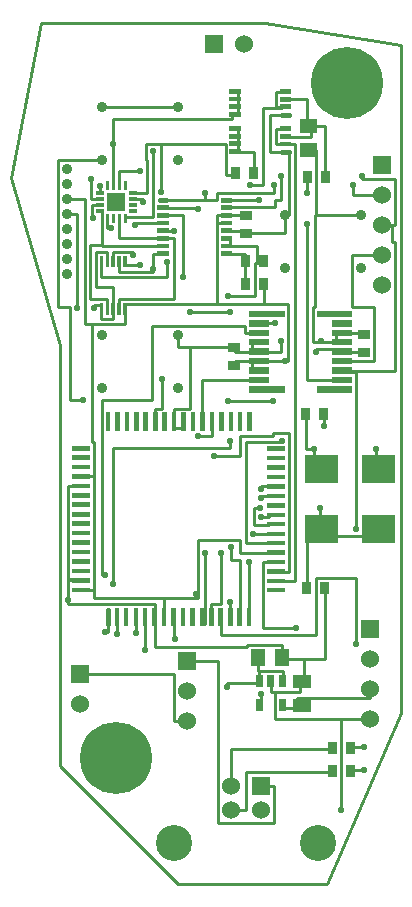
<source format=gbr>
G04 start of page 3 for group 1 idx 3
G04 Title: (unknown), component *
G04 Creator: pcb 20070912 *
G04 CreationDate: Mon May 19 07:55:49 2008 UTC *
G04 For: sean *
G04 Format: Gerber/RS-274X *
G04 PCB-Dimensions: 132000 290000 *
G04 PCB-Coordinate-Origin: lower left *
%MOIN*%
%FSLAX24Y24*%
%LNFRONT*%
%ADD11C,0.0100*%
%ADD12C,0.0200*%
%ADD13C,0.0600*%
%ADD14C,0.0360*%
%ADD15C,0.1200*%
%ADD16C,0.2400*%
%ADD17C,0.0220*%
%ADD18C,0.0380*%
%ADD19C,0.0900*%
%ADD20C,0.0280*%
%ADD21C,0.0180*%
%ADD22C,0.0080*%
%ADD23R,0.0110X0.0110*%
%ADD24R,0.0118X0.0118*%
%ADD25C,0.0160*%
%ADD26R,0.0160X0.0160*%
%ADD27R,0.0300X0.0300*%
%ADD28R,0.0945X0.0945*%
%ADD29R,0.0450X0.0450*%
%ADD30R,0.0150X0.0150*%
%ADD31R,0.0216X0.0216*%
%ADD32R,0.0240X0.0240*%
%ADD33C,0.0150*%
G54D11*X13040Y28100D02*X8500Y28840D01*
X13040Y28090D02*Y28100D01*
Y5840D02*Y28090D01*
G54D22*Y5840D01*
G54D11*X12020Y6320D02*Y6620D01*
X12216Y11955D02*Y11715D01*
Y14626D02*Y13963D01*
X12840Y23635D02*Y22080D01*
X12724D01*
X12130Y17550D02*X11313D01*
Y17555D02*Y17550D01*
Y17240D02*Y17190D01*
X11553D01*
X12840Y17240D02*X11313D01*
X10860Y18499D02*Y18185D01*
X10468Y15750D02*Y15409D01*
X11313Y18499D02*X11750D01*
X10140Y14626D02*X9860D01*
Y15750D02*Y14626D01*
X10140D02*Y13963D01*
X10366Y18235D02*Y18185D01*
X10460Y15750D02*X10468D01*
X9890Y11955D02*Y10050D01*
X9902Y22115D02*Y16925D01*
X10483Y11955D02*Y11715D01*
X8650Y12120D02*Y12082D01*
X10326Y12659D02*Y11955D01*
X8650Y12360D02*Y12430D01*
X10483Y11715D02*X12216D01*
X8786Y15065D02*Y15145D01*
X9046Y18235D02*Y17870D01*
X8786Y15145D02*X9315D01*
Y10540D01*
X9110D01*
X9056Y14905D02*Y14845D01*
X11553Y17190D02*Y11955D01*
Y10330D02*Y8120D01*
Y10330D02*X10190D01*
Y8434D01*
X8650Y12360D02*X8372D01*
X7873Y11490D02*X8650D01*
X7674Y14379D02*Y15065D01*
X8786D01*
X9056Y14845D02*X7873D01*
Y11490D01*
X7042Y11173D02*Y9465D01*
X7980Y10850D02*Y9260D01*
X7678D02*Y10910D01*
X7384D02*X7678D01*
X7384Y11345D02*Y10910D01*
X12410Y22080D02*Y22030D01*
X12130Y19368D02*Y17550D01*
X12840Y21510D02*Y17240D01*
X11740Y23729D02*Y23635D01*
X12840D01*
X11750Y18499D02*Y18430D01*
X10165Y19368D02*X10110D01*
X10165Y22425D02*Y19368D01*
Y22425D02*X10220D01*
X8850Y22912D02*Y22690D01*
Y22912D02*X9050D01*
Y23729D01*
X8020Y23412D02*X8455D01*
X9070Y26030D02*Y25980D01*
X8860Y26030D02*X9070D01*
X8860Y25300D02*X9070D01*
X8860D02*Y24790D01*
X9070D01*
X8085Y17978D02*Y18185D01*
Y17978D02*X8085D01*
X9070Y25980D02*X8455D01*
Y23412D01*
X9179Y17555D02*X8538D01*
X9902Y16925D02*X10861D01*
X9046Y17870D02*X8538D01*
X9070Y26540D02*X8860D01*
Y26030D01*
X8239Y20830D02*X8450D01*
X8460Y19476D02*X9288D01*
X8460Y19444D02*Y19476D01*
Y20070D01*
X8843Y18814D02*X8538D01*
X10366Y18185D02*X10860D01*
X4744Y18735D02*X7847D01*
Y18499D01*
X8085D01*
X10110Y18185D02*X10366D01*
X5772Y22420D02*Y20368D01*
X12724Y22080D02*X12410D01*
Y22030D02*X12724Y22080D01*
X10220Y22425D02*X11719D01*
X9920Y23165D02*Y23640D01*
X10220Y22425D02*Y24600D01*
X10520Y25400D02*Y23740D01*
X10030Y25040D02*Y25400D01*
X9313Y22425D02*Y24530D01*
X10030Y24600D02*X10220D01*
X11440Y23429D02*Y23080D01*
X12410D01*
X11409Y21080D02*X12410D01*
X12724Y22080D02*Y21510D01*
X12840D01*
X7330Y21900D02*X7810D01*
X7910Y21810D02*X9160D01*
Y22425D01*
X11409Y21080D02*Y19368D01*
X10110D02*Y18185D01*
X11409Y19368D02*X12130D01*
X9500Y10230D02*Y24790D01*
X9179Y17555D02*X9179D01*
X9288Y19476D02*Y17555D01*
X9179D01*
X7620Y25050D02*Y25130D01*
X7330Y21390D02*Y21640D01*
X8239Y21390D02*X7330D01*
X8850Y22690D02*X7330D01*
X8239Y21390D02*Y20830D01*
X8180D02*X8239D01*
X7850D02*Y20170D01*
X7330Y21130D02*X7850D01*
Y20930D01*
X8180Y19736D02*X7282D01*
X8180D02*Y20830D01*
X7850Y20170D02*X7860D01*
X7810Y21900D02*Y21810D01*
X9179Y17555D02*X9179D01*
X5995Y18010D02*X5619D01*
X6020Y19201D02*X7332D01*
X5619Y18010D02*Y18425D01*
X6900Y19444D02*X8460D01*
X7510Y18010D02*Y17870D01*
Y17555D02*X8085D01*
Y17978D02*Y17870D01*
X7510Y17555D02*Y17410D01*
X8085Y17555D02*Y17240D01*
X7510Y17870D02*X8085D01*
X7410Y18010D02*X5995D01*
Y15975D01*
X5064Y16964D02*Y15975D01*
X4850D01*
Y15770D01*
X4744Y18735D02*Y16264D01*
X1935Y10300D02*Y13400D01*
X2140D01*
X6740Y15044D02*X6260D01*
X6740D02*Y15310D01*
X7674Y14379D02*X6802D01*
X5480Y15310D02*X5790D01*
X5480Y21900D02*X5210D01*
X4990Y22160D02*X4170D01*
Y22109D01*
X5210Y22420D02*X5772D01*
X6900Y22160D02*Y22410D01*
X5210Y22670D02*X6260D01*
Y22629D01*
X2880Y24254D02*X3060D01*
X2880Y24260D02*Y24254D01*
X1610Y24260D02*Y19374D01*
X2007D01*
X8500Y28840D02*X1050D01*
X7620Y26165D02*Y26040D01*
Y25310D02*Y25130D01*
Y24800D02*Y25050D01*
Y24540D02*X8130D01*
X7620Y24800D02*Y24540D01*
X7190Y24804D02*Y23770D01*
X8130Y24540D02*Y23870D01*
X9500Y24790D02*X9290D01*
X9890Y25400D02*Y26280D01*
X9290D01*
X10030Y25400D02*X10520D01*
X9290Y25040D02*X10030D01*
X7190Y23770D02*X7530D01*
X6900Y22930D02*Y23171D01*
X8810D01*
Y23429D01*
X8680Y25770D02*X9070D01*
X9313Y22425D02*X9160D01*
X7330Y22920D02*X8310D01*
Y22930D02*Y22920D01*
X8680Y24515D02*Y24530D01*
Y24515D01*
X9070Y24530D02*X8680D01*
X7330Y22410D02*X7810D01*
X6900Y22160D02*X7110D01*
X6900Y22410D02*X7110D01*
X7330Y22670D02*Y22690D01*
X4780Y22364D02*Y24564D01*
X5044Y24804D02*Y23200D01*
X4183Y23155D02*X4584D01*
Y24244D01*
X6501Y23170D02*Y22930D01*
X5210D02*X6501D01*
X8680Y24530D02*Y25770D01*
X5044Y24804D02*X7190D01*
X4780Y24564D02*X4780D01*
X7620Y25130D02*Y25050D01*
Y26165D02*Y26290D01*
Y26165D01*
X3451Y23493D02*Y24804D01*
X3648Y23493D02*Y23880D01*
X4343D01*
X3060Y24260D02*Y24254D01*
X2880Y24260D02*X1610D01*
X3451Y24804D02*Y25635D01*
X5619Y26025D02*X3060D01*
X4540Y24244D02*X4584D01*
X4540D02*Y24804D01*
X5044D01*
X7620Y25780D02*Y26040D01*
Y26550D02*Y26290D01*
Y26165D02*Y26040D01*
X3451Y25635D02*X7400D01*
Y25780D02*Y25635D01*
X1660Y18080D02*X50Y23650D01*
X2247Y22450D02*X1920D01*
X3841Y18793D02*Y19163D01*
X4090Y21202D02*X3447D01*
Y21013D01*
X3644Y20529D02*Y20738D01*
X2684Y19628D02*X3250D01*
Y19438D01*
X3644Y19628D02*Y19438D01*
X3054D02*X2804D01*
Y19337D01*
X3447Y19438D02*Y20039D01*
X2750Y18793D02*X3841D01*
X3447Y20039D02*X2864D01*
Y21202D02*Y20039D01*
X3054Y20348D02*Y20738D01*
X3250Y21202D02*Y21013D01*
X3447Y19163D02*Y18974D01*
X3054D02*X3447D01*
X3054D02*Y19163D01*
X2504Y22950D02*Y18793D01*
X2750D01*
X2684Y19628D02*Y21432D01*
X2247Y19337D02*Y22450D01*
X2916Y22958D02*X2699D01*
Y23640D02*Y22958D01*
X50Y23650D02*X1050Y28840D01*
X6501Y22930D02*X6900D01*
Y19444D02*Y22160D01*
Y19444D02*X3841D01*
X3644Y20529D02*X4779D01*
X5242Y20348D02*X3054D01*
X3845Y22364D02*X4780D01*
X4429Y22958D02*Y22865D01*
Y22958D02*X4183D01*
X4779Y21140D02*Y20639D01*
X5482Y21650D02*Y19628D01*
X3644D01*
X4779Y20639D02*Y20529D01*
X5242Y20848D02*Y20348D01*
X3069Y21390D02*X4990D01*
X5210Y21650D02*X5482D01*
X4090Y21202D02*Y21109D01*
X4330Y20769D02*X3841D01*
X4779Y21140D02*X4990D01*
X3648Y21650D02*X4990D01*
X3069Y21432D02*Y21390D01*
X2684Y21432D02*X3069D01*
X2864Y21202D02*X3250D01*
X1920Y22950D02*X2504D01*
X2731Y22319D02*X2787D01*
X2731Y22761D02*Y22319D01*
Y22761D02*X2916D01*
X3000Y23400D02*Y23155D01*
X3254Y22226D02*Y21980D01*
X3359D01*
X3069Y22564D02*Y21432D01*
X3648Y22226D02*Y21650D01*
X1660Y4070D02*Y18080D01*
X2805Y13710D02*Y9930D01*
X2750Y18793D02*Y14855D01*
X2805D01*
Y13710D01*
X2600D01*
X3065Y16264D02*Y10416D01*
X2805Y9930D02*X2600D01*
X1935Y9585D02*Y9475D01*
X3065Y10416D02*X3188D01*
X2007Y16264D02*X2450D01*
X2007Y19374D02*Y16264D01*
X3428Y14670D02*Y10116D01*
X6261Y9655D02*Y11585D01*
X7674D01*
Y11170D01*
X8650D01*
Y10860D02*X8445D01*
X6501Y11173D02*Y8800D01*
X6211Y9800D02*Y9655D01*
X5140D02*X6211D01*
X5140D02*Y9260D01*
X5480Y15975D02*Y15770D01*
Y15975D02*X5995D01*
X6420Y15770D02*Y16925D01*
X8650Y12082D02*X8132D01*
X8650Y11800D02*X8113D01*
X8132Y12660D02*Y12082D01*
X9572Y6000D02*X9090D01*
X8310Y7230D02*Y6980D01*
X9110Y10230D02*X9500D01*
X9572Y6000D02*Y6320D01*
X12020D02*X9572D01*
X8650Y13380D02*X8385D01*
Y13305D01*
X8650Y13060D02*X8385D01*
Y12985D01*
X9890Y11955D02*X10326D01*
X8445Y10860D02*Y8675D01*
X11313Y17870D02*X11750D01*
Y17830D01*
X10220Y17945D02*Y17865D01*
Y17945D02*X10861D01*
Y17870D01*
X8132Y12660D02*X8334D01*
X3428Y14670D02*X7332D01*
Y14892D02*Y14670D01*
X6420Y16925D02*X8085D01*
X7282Y16231D02*X8779D01*
X3065Y16264D02*X4744D01*
X13040Y5830D02*Y5840D01*
X11800Y4680D02*X11340D01*
X11055Y5620D02*X12020D01*
X11800Y4690D02*Y4680D01*
X10570Y130D02*X13040Y5830D01*
X11800Y3930D02*X11790D01*
X11340D01*
X11790D02*X11800D01*
X11790Y3920D02*Y3930D01*
X11055Y5620D02*Y2590D01*
X10570Y130D02*X5620D01*
X6930Y2159D02*X8790D01*
Y3390D02*Y2159D01*
Y3390D02*X8360D01*
X7860Y3850D02*Y2590D01*
X7360D01*
X6930Y7550D02*Y2159D01*
X7360Y4610D02*Y3390D01*
X9810Y7610D02*Y6870D01*
Y7610D02*X10490D01*
X9670Y6870D02*Y6535D01*
X9070Y7610D02*X9810D01*
X8840Y5620D02*X11055D01*
X7860Y3850D02*X10740D01*
Y4610D02*X7360D01*
X8372Y6470D02*Y6160D01*
X8310D02*X8372D01*
X8840Y6535D02*Y5620D01*
X9670Y6535D02*X8840D01*
X8700D02*X8840D01*
X8700D02*Y6820D01*
X5620Y130D02*X1660Y4070D01*
X5480Y5550D02*X5910D01*
X2240Y7110D02*X5480D01*
Y5550D01*
X5910Y7550D02*X6930D01*
X8310Y6820D02*X7250D01*
Y6709D01*
X8259Y7230D02*X8310D01*
X8259D02*Y7610D01*
X8270D01*
X9090Y6980D02*Y7230D01*
X8310D01*
X8445Y8675D02*X9550D01*
X9070Y8105D02*Y7750D01*
X6501Y8800D02*X6400D01*
X6720Y9260D02*Y9465D01*
X7030Y8434D02*Y8800D01*
X10190Y8434D02*X7030D01*
X4830Y8042D02*X7915D01*
Y8105D02*Y8042D01*
Y8105D02*X9070D01*
X7042Y9465D02*X6720D01*
X7678Y9260D02*X7660D01*
X7350Y9540D02*Y9260D01*
X7347Y9540D02*X7350D01*
X10490Y7610D02*Y9950D01*
X6211Y9655D02*X6261D01*
X4510Y7920D02*Y8800D01*
X4200D02*Y8500D01*
X5460Y8800D02*Y8282D01*
X5505D01*
X4830Y8800D02*Y8042D01*
X2805Y9930D02*Y9655D01*
X3570Y8800D02*Y8455D01*
X3260Y8800D02*Y8534D01*
X3188D01*
X1935Y9475D02*X4830D01*
X1935Y10250D02*X2140D01*
X1935Y9585D02*Y10250D01*
X2140Y10300D02*Y10250D01*
Y10300D02*X1935D01*
X2805Y9655D02*X5140D01*
X4830Y9475D02*Y9260D01*
G54D12*G36*
X6510Y28440D02*Y27840D01*
X7110D01*
Y28440D01*
X6510D01*
G37*
G54D13*X7810Y28140D03*
G54D12*G36*
X12110Y24380D02*Y23780D01*
X12710D01*
Y24380D01*
X12110D01*
G37*
G54D13*X12410Y23080D03*
Y22080D03*
Y21080D03*
Y20080D03*
G54D14*X11719Y20654D03*
G54D12*G36*
X11720Y8920D02*Y8320D01*
X12320D01*
Y8920D01*
X11720D01*
G37*
G54D14*X9160Y22425D03*
X11719D03*
X9160Y20654D03*
X3060Y18425D03*
X5619D03*
Y16654D03*
Y26025D03*
Y24254D03*
X3060Y16654D03*
X1920Y23950D03*
Y23450D03*
Y22950D03*
X3060Y26025D03*
Y24254D03*
X1920Y22450D03*
Y21950D03*
Y21450D03*
Y20950D03*
Y20450D03*
G54D13*X12020Y7620D03*
Y6620D03*
Y5620D03*
G54D15*X10260Y1490D03*
G54D12*G36*
X5610Y7850D02*Y7250D01*
X6210D01*
Y7850D01*
X5610D01*
G37*
G36*
X2040Y7410D02*Y6810D01*
X2640D01*
Y7410D01*
X2040D01*
G37*
G54D13*X2340Y6110D03*
X5910Y6550D03*
Y5550D03*
G54D12*G36*
X8060Y3690D02*Y3090D01*
X8660D01*
Y3690D01*
X8060D01*
G37*
G54D13*X7360Y3390D03*
Y2590D03*
X8360D03*
G54D15*X5460Y1490D03*
G54D16*X11240Y26840D03*
G54D17*X9920Y23165D03*
X9902Y22115D03*
X8810Y23429D03*
X9050Y23729D03*
X11440Y23429D03*
X11740Y23729D03*
X8310Y22930D03*
X8020Y23412D03*
G54D16*X3540Y4340D03*
G54D17*X11790Y3920D03*
X11800Y4690D03*
X11553Y8120D03*
X11055Y2590D03*
X4200Y8500D03*
X4510Y7920D03*
X6211Y9800D03*
X5505Y8282D03*
X7250Y6709D03*
X7347Y9540D03*
X9550Y8675D03*
X8372Y6470D03*
X3570Y8455D03*
X3188Y8534D03*
X3428Y10116D03*
X3188Y10416D03*
X1935Y9585D03*
X9179Y17555D03*
X7282Y16231D03*
X8779D03*
X10220Y17865D03*
X6020Y19201D03*
X7332D03*
X7282Y19736D03*
X9046Y18235D03*
X8843Y18814D03*
X2450Y16264D03*
X5064Y16964D03*
X10366Y18235D03*
X4780Y24564D03*
X4429Y22865D03*
X5044Y23200D03*
X4343Y23880D03*
X2787Y22319D03*
X3359Y21980D03*
X2804Y19337D03*
X2247D03*
X4090Y21109D03*
X4330Y20769D03*
X4779Y20639D03*
X5242Y20848D03*
X5772Y20368D03*
X3000Y23400D03*
X3451Y24804D03*
X2699Y23640D03*
X5480Y21900D03*
X6501Y23170D03*
X6260Y22629D03*
X4170Y22109D03*
X8385Y13305D03*
X12216Y14626D03*
X10140Y14626D03*
X7332Y14892D03*
X9056Y14905D03*
X10468Y15409D03*
X8385Y12985D03*
X8334Y12660D03*
X10326Y12659D03*
X8372Y12360D03*
X8113Y11800D03*
X6501Y11173D03*
X7042D03*
X7384Y11345D03*
X11553Y11955D03*
X7980Y10850D03*
X6260Y15044D03*
X6802Y14379D03*
G54D23*X3254Y22391D02*Y22226D01*
X3451Y22391D02*Y22226D01*
X3648Y22391D02*Y22226D01*
X3845Y22391D02*Y22226D01*
X4018Y22564D02*X4183D01*
X2916D02*X3081D01*
X4018Y22761D02*X4183D01*
G54D24*X3841Y21013D02*Y20738D01*
X3644Y21013D02*Y20738D01*
X3447Y21013D02*Y20738D01*
X3250Y21013D02*Y20738D01*
X3054Y21013D02*Y20738D01*
G54D23*X4018Y23155D02*X4183D01*
X2916D02*X3081D01*
X2916Y22958D02*X3081D01*
X2916Y22761D02*X3081D01*
G54D12*G36*
X3254Y23155D02*Y22564D01*
X3845D01*
Y23155D01*
X3254D01*
G37*
G54D23*X3845Y23493D02*Y23328D01*
X3648Y23493D02*Y23328D01*
X3451Y23493D02*Y23328D01*
X3254Y23493D02*Y23328D01*
G54D24*X3054Y19438D02*Y19163D01*
X3250Y19438D02*Y19163D01*
X3447Y19438D02*Y19163D01*
X3644Y19438D02*Y19163D01*
X3841Y19438D02*Y19163D01*
G54D23*X4018Y22958D02*X4183D01*
G54D25*X4990Y22930D02*X5210D01*
G54D26*X4990Y22670D02*X5210D01*
X4990Y22420D02*X5210D01*
X4990Y22160D02*X5210D01*
X4990Y21900D02*X5210D01*
X4990Y21650D02*X5210D01*
X4990Y21390D02*X5210D01*
X4990Y21140D02*X5210D01*
G54D27*X10490Y10050D02*Y9950D01*
X9890Y10050D02*Y9950D01*
X10740Y3950D02*Y3850D01*
Y4710D02*Y4610D01*
X11340Y3950D02*Y3850D01*
Y4710D02*Y4610D01*
G54D28*X10326Y11955D02*X10483D01*
X10326Y13963D02*X10483D01*
G54D29*X9670Y6870D02*X9810D01*
X9670Y6070D02*X9810D01*
G54D30*X5770Y9260D02*Y8800D01*
X6090Y9260D02*Y8800D01*
X6400Y9260D02*Y8800D01*
X6720Y9260D02*Y8800D01*
X7030Y9260D02*Y8800D01*
X7350Y9260D02*Y8800D01*
X8650Y10540D02*X9110D01*
X8650Y10860D02*X9110D01*
X8650Y11170D02*X9110D01*
G54D27*X7410Y17410D02*X7510D01*
X7410Y18010D02*X7510D01*
G54D31*X8085Y18499D02*X8538D01*
X8085Y18185D02*X8538D01*
X8085Y17870D02*X8538D01*
X8085Y17555D02*X8538D01*
X8085Y17240D02*X8538D01*
X8085Y16925D02*X8538D01*
X8085Y16610D02*X9050D01*
G54D30*X8650Y11490D02*X9110D01*
X8650Y11800D02*X9110D01*
X8650Y12120D02*X9110D01*
X8650Y12430D02*X9110D01*
X8650Y12750D02*X9110D01*
X8650Y13060D02*X9110D01*
X8650Y13380D02*X9110D01*
X8650Y13690D02*X9110D01*
X8650Y14010D02*X9110D01*
G54D28*X12216Y11955D02*X12373D01*
X12216Y13963D02*X12373D01*
G54D30*X7660Y9260D02*Y8800D01*
X7980Y9260D02*Y8800D01*
X8650Y9920D02*X9110D01*
X8650Y10230D02*X9110D01*
G54D32*X8310Y6980D02*Y6820D01*
X8700Y6980D02*Y6820D01*
X9090Y6980D02*Y6820D01*
Y6160D02*Y6000D01*
X8310Y6160D02*Y6000D01*
G54D29*X9070Y7750D02*Y7610D01*
X8270Y7750D02*Y7610D01*
G54D27*X10460Y15850D02*Y15750D01*
G54D31*X10349Y16610D02*X11313D01*
G54D27*X9860Y15850D02*Y15750D01*
X11750Y17830D02*X11850D01*
X11750Y18430D02*X11850D01*
G54D31*X10861Y18499D02*X11313D01*
X10860Y18185D02*X11313D01*
X10861Y16925D02*X11313D01*
X10861Y17240D02*X11313D01*
X10861Y17555D02*X11313D01*
X10861Y17870D02*X11313D01*
X10861Y18814D02*X11313D01*
X10349Y19129D02*X11313D01*
G54D33*X3260Y9260D02*Y8800D01*
G54D30*X3570Y9260D02*Y8800D01*
X3880Y9260D02*Y8800D01*
X4200Y9260D02*Y8800D01*
X4510Y9260D02*Y8800D01*
X4830Y9260D02*Y8800D01*
X5140Y9260D02*Y8800D01*
X5460Y9260D02*Y8800D01*
X8650Y14320D02*X9110D01*
X8650Y14640D02*X9110D01*
X7990Y15770D02*Y15310D01*
X7680Y15770D02*Y15310D01*
X7370Y15770D02*Y15310D01*
X7050Y15770D02*Y15310D01*
X6740Y15770D02*Y15310D01*
X6420Y15770D02*Y15310D01*
X6110Y15770D02*Y15310D01*
X5790Y15770D02*Y15310D01*
X5480Y15770D02*Y15310D01*
X5160Y15770D02*Y15310D01*
X4850Y15770D02*Y15310D01*
X4530Y15770D02*Y15310D01*
X4220Y15770D02*Y15310D01*
X3900Y15770D02*Y15310D01*
X3590Y15770D02*Y15310D01*
X3270Y15770D02*Y15310D01*
X2140Y14650D02*X2600D01*
X2140Y14340D02*X2600D01*
X2140Y14030D02*X2600D01*
X2140Y13710D02*X2600D01*
X2140Y13400D02*X2600D01*
X2140Y13080D02*X2600D01*
X2140Y12770D02*X2600D01*
X2140Y12450D02*X2600D01*
X2140Y12140D02*X2600D01*
X2140Y11820D02*X2600D01*
X2140Y11510D02*X2600D01*
X2140Y11190D02*X2600D01*
X2140Y10880D02*X2600D01*
X2140Y10560D02*X2600D01*
X2140Y10250D02*X2600D01*
X2140Y9930D02*X2600D01*
G54D27*X7810Y22410D02*X7910D01*
X7810Y21810D02*X7910D01*
X7850Y20930D02*Y20830D01*
G54D26*X7110Y21130D02*X7330D01*
X7110Y21390D02*X7330D01*
X7110Y21640D02*X7330D01*
X7110Y21900D02*X7330D01*
X7110Y22160D02*X7330D01*
X7110Y22410D02*X7330D01*
X7110Y22670D02*X7330D01*
X7110Y22920D02*X7330D01*
G54D27*X9920Y23740D02*Y23640D01*
X10520Y23740D02*Y23640D01*
G54D26*X9070Y26030D02*X9290D01*
X9070Y26280D02*X9290D01*
X9070Y26540D02*X9290D01*
G54D25*X9070Y25770D02*X9290D01*
X9070Y24530D02*X9290D01*
G54D26*X9070Y24790D02*X9290D01*
X9070Y25040D02*X9290D01*
X9070Y25300D02*X9290D01*
G54D29*X9890Y25400D02*X10030D01*
X9890Y24600D02*X10030D01*
G54D26*X7400Y26550D02*X7620D01*
X7400Y26290D02*X7620D01*
X7400Y26040D02*X7620D01*
X7400Y25780D02*X7620D01*
X7400Y25310D02*X7620D01*
G54D27*X7530Y23870D02*Y23770D01*
X8130Y23870D02*Y23770D01*
G54D26*X7400Y25050D02*X7620D01*
X7400Y24800D02*X7620D01*
X7400Y24540D02*X7620D01*
G54D27*X7860Y20170D02*Y20070D01*
X8460Y20170D02*Y20070D01*
X8450Y20930D02*Y20830D01*
G54D31*X8085Y19129D02*X9050D01*
X8085Y18814D02*X8538D01*
G54D18*G54D12*G54D18*G54D12*G54D18*G54D19*G54D18*G54D20*G54D19*G54D15*G54D21*G54D15*G54D21*M02*

</source>
